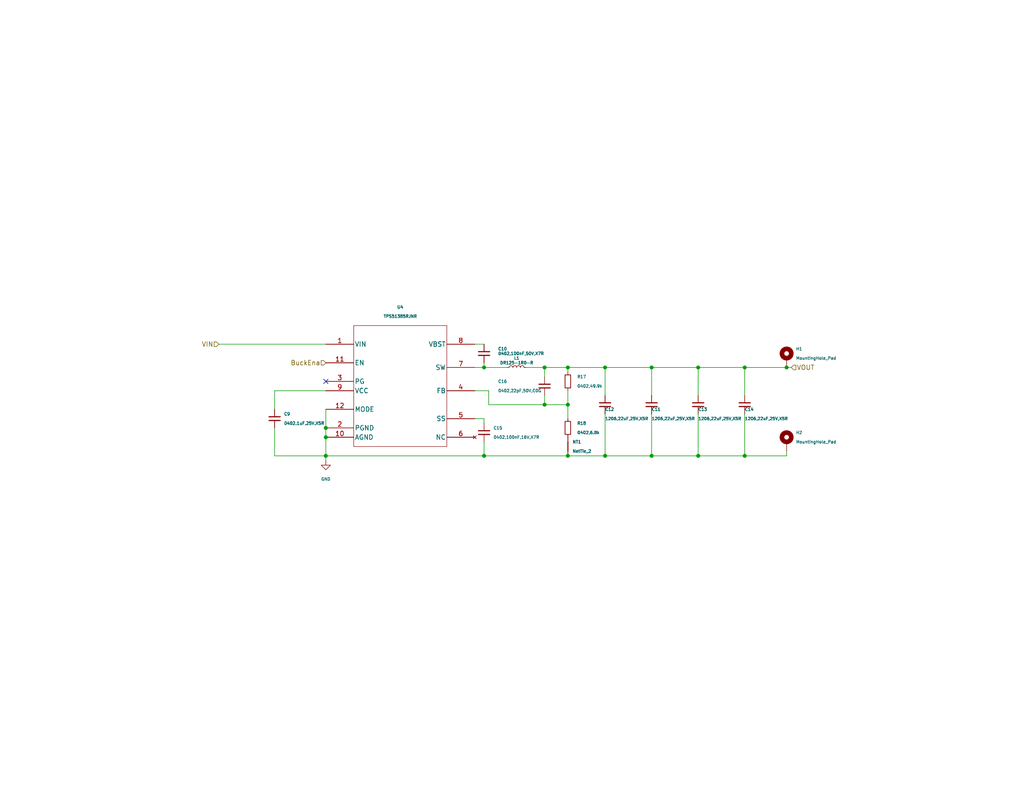
<source format=kicad_sch>
(kicad_sch (version 20230121) (generator eeschema)
  (paper "USLetter")
  (title_block (date "2024-01-28") (rev "A01"))
  (lib_symbols
    (symbol "Device:L_Small" (pin_numbers hide) (pin_names (offset 0.254) hide)
      (property "Reference" "L" (at 0.762 1.016 0))
      (property "Value" "L_Small" (at 0.762 -1.016 0))
      (symbol "L_Small_0_1"
        (arc (start 0 -2.032) (mid 0.5058 -1.524) (end 0 -1.016))
        (arc (start 0 -1.016) (mid 0.5058 -0.508) (end 0 0))
        (arc (start 0 0) (mid 0.5058 0.508) (end 0 1.016))
        (arc (start 0 1.016) (mid 0.5058 1.524) (end 0 2.032))
      )
      (symbol "L_Small_1_1"
        (pin passive line (at 0 2.54 270) (length 0.508) (name "~") (number "1"))
        (pin passive line (at 0 -2.54 90) (length 0.508) (name "~") (number "2"))
      )
    )
    (symbol "Device:NetTie_2" (pin_numbers hide) (pin_names (offset 0) hide) (in_bom no)
      (property "Reference" "NT" (at 0 1.27 0))
      (property "Value" "NetTie_2" (at 0 -1.27 0))
      (symbol "NetTie_2_0_1"
        (polyline (pts (xy -1.27 0) (xy 1.27 0)) (stroke (width 0.254)))
      )
      (symbol "NetTie_2_1_1"
        (pin passive line (at -2.54 0 0) (length 2.54) (name "1") (number "1"))
        (pin passive line (at 2.54 0 180) (length 2.54) (name "2") (number "2"))
      )
    )
    (symbol "Mechanical:MountingHole_Pad" (pin_numbers hide) (pin_names (offset 1.016) hide)
      (property "Reference" "H" (at 0 6.35 0))
      (property "Value" "MountingHole_Pad" (at 0 4.445 0))
      (symbol "MountingHole_Pad_0_1"
        (circle (center 0 1.27) (radius 1.27) (stroke (width 1.27)))
      )
      (symbol "MountingHole_Pad_1_1"
        (pin input line (at 0 -2.54 90) (length 2.54) (name "1") (number "1"))
      )
    )
    (symbol "WS_LCSC_ICs:TPS51385RJNR" (pin_names (offset 0.254))
      (property "Reference" "U" (at 20.32 10.16 0))
      (property "Value" "TPS51385RJNR" (at 20.32 7.62 0))
      (symbol "TPS51385RJNR_0_1"
        (polyline (pts (xy 7.62 -27.94) (xy 33.02 -27.94)) (stroke (width 0.127)))
        (polyline (pts (xy 7.62 5.08) (xy 7.62 -27.94)) (stroke (width 0.127)))
        (polyline (pts (xy 33.02 -27.94) (xy 33.02 5.08)) (stroke (width 0.127)))
        (polyline (pts (xy 33.02 5.08) (xy 7.62 5.08)) (stroke (width 0.127)))
        (pin power_in line (at 0 0 0) (length 7.62) (name "VIN") (number "1"))
        (pin power_out line (at 0 -25.4 0) (length 7.62) (name "AGND") (number "10"))
        (pin input line (at 0 -5.08 0) (length 7.62) (name "EN") (number "11"))
        (pin input line (at 0 -17.78 0) (length 7.62) (name "MODE") (number "12"))
        (pin power_out line (at 0 -22.86 0) (length 7.62) (name "PGND") (number "2"))
        (pin output line (at 0 -10.16 0) (length 7.62) (name "PG") (number "3"))
        (pin input line (at 40.64 -12.7 180) (length 7.62) (name "FB") (number "4"))
        (pin output line (at 40.64 -20.32 180) (length 7.62) (name "SS") (number "5"))
        (pin no_connect line (at 40.64 -25.4 180) (length 7.62) (name "NC") (number "6"))
        (pin output line (at 40.64 -6.35 180) (length 7.62) (name "SW") (number "7"))
        (pin input line (at 40.64 0 180) (length 7.62) (name "VBST") (number "8"))
        (pin output line (at 0 -12.7 0) (length 7.62) (name "VCC") (number "9"))
      )
    )
    (symbol "jlcpcb-basic-capacitor:0402,100nF,16V,X7R "
      (property "Reference" "C" (at 1.71 0.508 0))
      (property "Value" "0402,100nF,16V,X7R " (at 1.71 -1.016 0))
      (symbol "0402,100nF,16V,X7R _0_0"
        (polyline (pts (xy -1.524 -0.508) (xy 1.524 -0.508)) (stroke (width 0.3048)))
        (polyline (pts (xy -1.524 0.508) (xy 1.524 0.508)) (stroke (width 0.3048)))
        (pin passive line (at 0 2.54 270) (length 2.032) (name "~") (number "1"))
        (pin passive line (at 0 -2.54 90) (length 2.032) (name "~") (number "2"))
      )
    )
    (symbol "jlcpcb-basic-capacitor:0402,100nF,50V,X7R "
      (property "Reference" "C" (at 1.71 0.508 0))
      (property "Value" "0402,100nF,50V,X7R " (at 1.71 -1.016 0))
      (symbol "0402,100nF,50V,X7R _0_0"
        (polyline (pts (xy -1.524 -0.508) (xy 1.524 -0.508)) (stroke (width 0.3048)))
        (polyline (pts (xy -1.524 0.508) (xy 1.524 0.508)) (stroke (width 0.3048)))
        (pin passive line (at 0 2.54 270) (length 2.032) (name "~") (number "1"))
        (pin passive line (at 0 -2.54 90) (length 2.032) (name "~") (number "2"))
      )
    )
    (symbol "jlcpcb-basic-capacitor:0402,1uF,25V,X5R "
      (property "Reference" "C" (at 1.71 0.508 0))
      (property "Value" "0402,1uF,25V,X5R " (at 1.71 -1.016 0))
      (symbol "0402,1uF,25V,X5R _0_0"
        (polyline (pts (xy -1.524 -0.508) (xy 1.524 -0.508)) (stroke (width 0.3048)))
        (polyline (pts (xy -1.524 0.508) (xy 1.524 0.508)) (stroke (width 0.3048)))
        (pin passive line (at 0 2.54 270) (length 2.032) (name "~") (number "1"))
        (pin passive line (at 0 -2.54 90) (length 2.032) (name "~") (number "2"))
      )
    )
    (symbol "jlcpcb-basic-capacitor:0402,22pF,50V,C0G "
      (property "Reference" "C" (at 1.71 0.508 0))
      (property "Value" "0402,22pF,50V,C0G " (at 1.71 -1.016 0))
      (symbol "0402,22pF,50V,C0G _0_0"
        (polyline (pts (xy -1.524 -0.508) (xy 1.524 -0.508)) (stroke (width 0.3048)))
        (polyline (pts (xy -1.524 0.508) (xy 1.524 0.508)) (stroke (width 0.3048)))
        (pin passive line (at 0 2.54 270) (length 2.032) (name "~") (number "1"))
        (pin passive line (at 0 -2.54 90) (length 2.032) (name "~") (number "2"))
      )
    )
    (symbol "jlcpcb-basic-capacitor:1206,22uF,25V,X5R "
      (property "Reference" "C" (at 1.71 0.508 0))
      (property "Value" "1206,22uF,25V,X5R " (at 1.71 -1.016 0))
      (symbol "1206,22uF,25V,X5R _0_0"
        (polyline (pts (xy -1.524 -0.508) (xy 1.524 -0.508)) (stroke (width 0.3048)))
        (polyline (pts (xy -1.524 0.508) (xy 1.524 0.508)) (stroke (width 0.3048)))
        (pin passive line (at 0 2.54 270) (length 2.032) (name "~") (number "1"))
        (pin passive line (at 0 -2.54 90) (length 2.032) (name "~") (number "2"))
      )
    )
    (symbol "jlcpcb-basic-resistor:0402,49.9k"
      (property "Reference" "R" (at 0.762 0.508 0))
      (property "Value" "0402,49.9k" (at 0.762 -1.016 0))
      (symbol "0402,49.9k_0_0"
        (rectangle (start -0.762 1.778) (end 0.762 -1.778) (stroke (width 0.2032)))
        (pin passive line (at 0 2.54 270) (length 0.762) (name "~") (number "1"))
        (pin passive line (at 0 -2.54 90) (length 0.762) (name "~") (number "2"))
      )
    )
    (symbol "jlcpcb-basic-resistor:0402,6.8k"
      (property "Reference" "R" (at 0.762 0.508 0))
      (property "Value" "0402,6.8k" (at 0.762 -1.016 0))
      (symbol "0402,6.8k_0_0"
        (rectangle (start -0.762 1.778) (end 0.762 -1.778) (stroke (width 0.2032)))
        (pin passive line (at 0 2.54 270) (length 0.762) (name "~") (number "1"))
        (pin passive line (at 0 -2.54 90) (length 0.762) (name "~") (number "2"))
      )
    )
    (symbol "power:GND" (power) (pin_names (offset 0))
      (property "Value" "GND" (at 0 -3.81 0))
      (symbol "GND_0_1"
        (polyline (pts (xy 0 0) (xy 0 -1.27) (xy 1.27 -1.27) (xy 0 -2.54) (xy -1.27 -1.27) (xy 0 -1.27)))
      )
      (symbol "GND_1_1"
        (pin power_in line (at 0 0 270) (length 0) hide (name "GND") (number "1"))
      )
    )
  )
  (junction (at 132.08 124.46))
  (junction (at 165.1 100.33))
  (junction (at 154.94 110.49))
  (junction (at 132.08 100.33))
  (junction (at 154.94 100.33))
  (junction (at 88.9 124.46))
  (junction (at 190.5 100.33))
  (junction (at 203.2 124.46))
  (junction (at 203.2 100.33))
  (junction (at 190.5 124.46))
  (junction (at 154.94 124.46))
  (junction (at 177.8 100.33))
  (junction (at 88.9 116.84))
  (junction (at 214.63 100.33))
  (junction (at 177.8 124.46))
  (junction (at 148.59 100.33))
  (junction (at 88.9 119.38))
  (junction (at 165.1 124.46))
  (junction (at 148.59 110.49))
  (no_connect (at 88.9 104.14))
  (wire (pts (xy 165.1 107.95) (xy 165.1 100.33)))
  (wire (pts (xy 177.8 100.33) (xy 177.8 107.95)))
  (wire (pts (xy 132.08 99.06) (xy 132.08 100.33)))
  (wire (pts (xy 148.59 110.49) (xy 154.94 110.49)))
  (wire (pts (xy 129.54 93.98) (xy 132.08 93.98)))
  (wire (pts (xy 190.5 113.03) (xy 190.5 124.46)))
  (wire (pts (xy 132.08 100.33) (xy 129.54 100.33)))
  (wire (pts (xy 132.08 124.46) (xy 88.9 124.46)))
  (wire (pts (xy 190.5 100.33) (xy 203.2 100.33)))
  (wire (pts (xy 74.93 124.46) (xy 88.9 124.46)))
  (wire (pts (xy 177.8 100.33) (xy 190.5 100.33)))
  (wire (pts (xy 203.2 124.46) (xy 214.63 124.46)))
  (wire (pts (xy 165.1 113.03) (xy 165.1 124.46)))
  (wire (pts (xy 74.93 106.68) (xy 74.93 111.76)))
  (wire (pts (xy 177.8 113.03) (xy 177.8 124.46)))
  (wire (pts (xy 132.08 124.46) (xy 154.94 124.46)))
  (wire (pts (xy 203.2 113.03) (xy 203.2 124.46)))
  (wire (pts (xy 132.08 114.3) (xy 129.54 114.3)))
  (wire (pts (xy 154.94 100.33) (xy 154.94 101.6)))
  (wire (pts (xy 154.94 110.49) (xy 154.94 114.3)))
  (wire (pts (xy 215.9 100.33) (xy 214.63 100.33)))
  (wire (pts (xy 133.35 110.49) (xy 148.59 110.49)))
  (wire (pts (xy 148.59 100.33) (xy 154.94 100.33)))
  (wire (pts (xy 88.9 111.76) (xy 88.9 116.84)))
  (wire (pts (xy 132.08 100.33) (xy 138.43 100.33)))
  (wire (pts (xy 132.08 120.65) (xy 132.08 124.46)))
  (wire (pts (xy 154.94 106.68) (xy 154.94 110.49)))
  (wire (pts (xy 148.59 100.33) (xy 148.59 102.87)))
  (wire (pts (xy 74.93 106.68) (xy 88.9 106.68)))
  (wire (pts (xy 88.9 116.84) (xy 88.9 119.38)))
  (wire (pts (xy 154.94 124.46) (xy 165.1 124.46)))
  (wire (pts (xy 74.93 116.84) (xy 74.93 124.46)))
  (wire (pts (xy 154.94 100.33) (xy 165.1 100.33)))
  (wire (pts (xy 165.1 100.33) (xy 177.8 100.33)))
  (wire (pts (xy 132.08 115.57) (xy 132.08 114.3)))
  (wire (pts (xy 148.59 107.95) (xy 148.59 110.49)))
  (wire (pts (xy 214.63 124.46) (xy 214.63 123.19)))
  (wire (pts (xy 88.9 119.38) (xy 88.9 124.46)))
  (wire (pts (xy 165.1 124.46) (xy 177.8 124.46)))
  (wire (pts (xy 143.51 100.33) (xy 148.59 100.33)))
  (wire (pts (xy 177.8 124.46) (xy 190.5 124.46)))
  (wire (pts (xy 129.54 106.68) (xy 133.35 106.68)))
  (wire (pts (xy 133.35 106.68) (xy 133.35 110.49)))
  (wire (pts (xy 59.69 93.98) (xy 88.9 93.98)))
  (wire (pts (xy 190.5 100.33) (xy 190.5 107.95)))
  (wire (pts (xy 203.2 100.33) (xy 214.63 100.33)))
  (wire (pts (xy 203.2 124.46) (xy 190.5 124.46)))
  (wire (pts (xy 88.9 125.73) (xy 88.9 124.46)))
  (wire (pts (xy 203.2 100.33) (xy 203.2 107.95)))
  (hierarchical_label "VIN" (shape input) (at 59.69 93.98 180))
  (hierarchical_label "BuckEna" (shape input) (at 88.9 99.06 180))
  (hierarchical_label "VOUT" (shape input) (at 215.9 100.33 0))
  (symbol (lib_id "Device:L_Small") (at 140.97 100.33 90) (unit 1)
    (property "Reference" "L1" (at 140.97 97.79 90) (effects (font (size 0.8 0.8))))
    (property "Value" "DR125-1R0-R" (at 140.97 99.06 90) (effects (font (size 0.8 0.8))))
    (property "Footprint" "Inductor_SMD:L_Sunlord_MWSA1206S-1R5" (effects hide))
    (property "Datasheet" "https://www.eaton.com/content/dam/eaton/products/electronic-components/resources/data-sheet/eaton-dr-high-power-density-high-efficiency-shielded-drum-core-power-inductors-data-sheet.pdf" (effects hide))
  )
  (symbol (lib_id "jlcpcb-basic-capacitor:1206,22uF,25V,X5R ") (at 177.8 110.49 0) (unit 1)
    (property "Reference" "C11" (at 177.8 111.76 0) (effects (font (size 0.8 0.8)) (justify left)))
    (property "Value" "1206,22uF,25V,X5R " (at 177.8 114.3 0) (effects (font (size 0.8 0.8)) (justify left)))
    (property "Footprint" "C_1206_3216Metric" (effects hide))
    (property "Datasheet" "https://datasheet.lcsc.com/lcsc/1811031514_Samsung-Electro-Mechanics-CL31A226KAHNNNE_C12891.pdf" (effects hide))
    (property "LCSC" "C12891" (effects hide))
    (property "MFG" "Samsung Electro-Mechanics" (effects hide))
    (property "MFGPN" "CL31A226KAHNNNE" (effects hide))
  )
  (symbol (lib_id "jlcpcb-basic-capacitor:1206,22uF,25V,X5R ") (at 165.1 110.49 0) (unit 1)
    (property "Reference" "C12" (at 165.1 111.76 0) (effects (font (size 0.8 0.8)) (justify left)))
    (property "Value" "1206,22uF,25V,X5R " (at 165.1 114.3 0) (effects (font (size 0.8 0.8)) (justify left)))
    (property "Footprint" "C_1206_3216Metric" (effects hide))
    (property "Datasheet" "https://datasheet.lcsc.com/lcsc/1811031514_Samsung-Electro-Mechanics-CL31A226KAHNNNE_C12891.pdf" (effects hide))
    (property "LCSC" "C12891" (effects hide))
    (property "MFG" "Samsung Electro-Mechanics" (effects hide))
    (property "MFGPN" "CL31A226KAHNNNE" (effects hide))
  )
  (symbol (lib_id "Mechanical:MountingHole_Pad") (at 214.63 97.79 0) (unit 1)
    (property "Reference" "H1" (at 217.17 95.25 0) (effects (font (size 0.8 0.8)) (justify left)))
    (property "Value" "MountingHole_Pad" (at 217.17 97.79 0) (effects (font (size 0.8 0.8)) (justify left)))
    (property "Footprint" "Mounting_Wuerth:Mounting_Wuerth_WA-SMSI-M3_H5mm_9774050360" (effects hide))
  )
  (symbol (lib_id "jlcpcb-basic-capacitor:0402,100nF,50V,X7R ") (at 132.08 96.52 0) (unit 1)
    (property "Reference" "C10" (at 135.89 95.25 0) (effects (font (size 0.8 0.8)) (justify left)))
    (property "Value" "0402,100nF,50V,X7R " (at 135.89 96.52 0) (effects (font (size 0.8 0.8)) (justify left)))
    (property "Footprint" "C_0603_1608Metric" (effects hide))
    (property "Datasheet" "https://datasheet.lcsc.com/lcsc/1810191222_Samsung-Electro-Mechanics-CL05B104KB54PNC_C307331.pdf" (effects hide))
    (property "LCSC" "C307331" (effects hide))
    (property "MFG" "Samsung Electro-Mechanics" (effects hide))
    (property "MFGPN" "CL05B104KB54PNC" (effects hide))
  )
  (symbol (lib_id "jlcpcb-basic-capacitor:1206,22uF,25V,X5R ") (at 203.2 110.49 0) (unit 1)
    (property "Reference" "C14" (at 203.2 111.76 0) (effects (font (size 0.8 0.8)) (justify left)))
    (property "Value" "1206,22uF,25V,X5R " (at 203.2 114.3 0) (effects (font (size 0.8 0.8)) (justify left)))
    (property "Footprint" "C_1206_3216Metric" (effects hide))
    (property "Datasheet" "https://datasheet.lcsc.com/lcsc/1811031514_Samsung-Electro-Mechanics-CL31A226KAHNNNE_C12891.pdf" (effects hide))
    (property "LCSC" "C12891" (effects hide))
    (property "MFG" "Samsung Electro-Mechanics" (effects hide))
    (property "MFGPN" "CL31A226KAHNNNE" (effects hide))
  )
  (symbol (lib_id "power:GND") (at 88.9 125.73 0) (unit 1)
    (property "Reference" "#PWR027" (effects hide))
    (property "Value" "GND" (at 88.9 130.81 0) (effects (font (size 0.8 0.8))))
  )
  (symbol (lib_id "jlcpcb-basic-capacitor:0402,22pF,50V,C0G ") (at 148.59 105.41 0) (unit 1)
    (property "Reference" "C16" (at 135.89 104.14 0) (effects (font (size 0.8 0.8)) (justify left)))
    (property "Value" "0402,22pF,50V,C0G " (at 135.89 106.68 0) (effects (font (size 0.8 0.8)) (justify left)))
    (property "Footprint" "C_0603_1608Metric" (effects hide))
    (property "Datasheet" "https://datasheet.lcsc.com/lcsc/1811141710_FH-Guangdong-Fenghua-Advanced-Tech-0402CG220J500NT_C1555.pdf" (effects hide))
    (property "LCSC" "C1555" (effects hide))
    (property "MFG" "FH(Guangdong Fenghua Advanced Tech)" (effects hide))
    (property "MFGPN" "0402CG220J500NT" (effects hide))
  )
  (symbol (lib_id "jlcpcb-basic-capacitor:0402,1uF,25V,X5R ") (at 74.93 114.3 0) (unit 1)
    (property "Reference" "C9" (at 77.47 113.03 0) (effects (font (size 0.8 0.8)) (justify left)))
    (property "Value" "0402,1uF,25V,X5R " (at 77.47 115.57 0) (effects (font (size 0.8 0.8)) (justify left)))
    (property "Footprint" "C_0603_1608Metric" (effects hide))
    (property "Datasheet" "https://datasheet.lcsc.com/lcsc/1811091611_Samsung-Electro-Mechanics-CL05A105KA5NQNC_C52923.pdf" (effects hide))
    (property "LCSC" "C52923" (effects hide))
    (property "MFG" "Samsung Electro-Mechanics" (effects hide))
    (property "MFGPN" "CL05A105KA5NQNC" (effects hide))
  )
  (symbol (lib_id "jlcpcb-basic-resistor:0402,49.9k") (at 154.94 104.14 0) (unit 1)
    (property "Reference" "R17" (at 157.48 102.87 0) (effects (font (size 0.8 0.8)) (justify left)))
    (property "Value" "0402,49.9k" (at 157.48 105.41 0) (effects (font (size 0.8 0.8)) (justify left)))
    (property "Footprint" "Resistor_SMD:R_0603_1608Metric" (effects hide))
    (property "Datasheet" "https://datasheet.lcsc.com/lcsc/2110260030_UNI-ROYAL-Uniroyal-Elec-0402WGF4992TCE_C25897.pdf" (effects hide))
    (property "LCSC" "C25897" (effects hide))
    (property "MFG" "UNI-ROYAL(Uniroyal Elec)" (effects hide))
    (property "MFGPN" "0402WGF4992TCE" (effects hide))
  )
  (symbol (lib_id "WS_LCSC_ICs:TPS51385RJNR") (at 88.9 93.98 0) (unit 1)
    (property "Reference" "U4" (at 109.22 83.82 0) (effects (font (size 0.8 0.8))))
    (property "Value" "TPS51385RJNR" (at 109.22 86.36 0) (effects (font (size 0.8 0.8))))
    (property "Footprint" "VQFN-HR12_RJN_TEX" (effects hide))
    (property "Datasheet" "TPS51385RJNR" (effects hide))
  )
  (symbol (lib_id "Device:NetTie_2") (at 154.94 121.92 90) (unit 1) (in_bom no)
    (property "Reference" "NT1" (at 156.21 120.65 90) (effects (font (size 0.8 0.8)) (justify right)))
    (property "Value" "NetTie_2" (at 156.21 123.19 90) (effects (font (size 0.8 0.8)) (justify right)))
    (property "Footprint" "NetTie:NetTie-2_SMD_Pad0.5mm" (effects hide))
  )
  (symbol (lib_id "jlcpcb-basic-capacitor:0402,100nF,16V,X7R ") (at 132.08 118.11 0) (unit 1)
    (property "Reference" "C15" (at 134.62 116.84 0) (effects (font (size 0.8 0.8)) (justify left)))
    (property "Value" "0402,100nF,16V,X7R " (at 134.62 119.38 0) (effects (font (size 0.8 0.8)) (justify left)))
    (property "Footprint" "C_0603_1608Metric" (effects hide))
    (property "Datasheet" "https://datasheet.lcsc.com/lcsc/1810191219_Samsung-Electro-Mechanics-CL05B104KO5NNNC_C1525.pdf" (effects hide))
    (property "LCSC" "C1525" (effects hide))
    (property "MFG" "Samsung Electro-Mechanics" (effects hide))
    (property "MFGPN" "CL05B104KO5NNNC" (effects hide))
  )
  (symbol (lib_id "jlcpcb-basic-resistor:0402,6.8k") (at 154.94 116.84 0) (unit 1)
    (property "Reference" "R18" (at 157.48 115.57 0) (effects (font (size 0.8 0.8)) (justify left)))
    (property "Value" "0402,6.8k" (at 157.48 118.11 0) (effects (font (size 0.8 0.8)) (justify left)))
    (property "Footprint" "Resistor_SMD:R_0603_1608Metric" (effects hide))
    (property "Datasheet" "https://datasheet.lcsc.com/lcsc/2110260130_UNI-ROYAL-Uniroyal-Elec-0402WGF6801TCE_C25917.pdf" (effects hide))
    (property "LCSC" "C25917" (effects hide))
    (property "MFG" "UNI-ROYAL(Uniroyal Elec)" (effects hide))
    (property "MFGPN" "0402WGF6801TCE" (effects hide))
  )
  (symbol (lib_id "jlcpcb-basic-capacitor:1206,22uF,25V,X5R ") (at 190.5 110.49 0) (unit 1)
    (property "Reference" "C13" (at 190.5 111.76 0) (effects (font (size 0.8 0.8)) (justify left)))
    (property "Value" "1206,22uF,25V,X5R " (at 190.5 114.3 0) (effects (font (size 0.8 0.8)) (justify left)))
    (property "Footprint" "C_1206_3216Metric" (effects hide))
    (property "Datasheet" "https://datasheet.lcsc.com/lcsc/1811031514_Samsung-Electro-Mechanics-CL31A226KAHNNNE_C12891.pdf" (effects hide))
    (property "LCSC" "C12891" (effects hide))
    (property "MFG" "Samsung Electro-Mechanics" (effects hide))
    (property "MFGPN" "CL31A226KAHNNNE" (effects hide))
  )
  (symbol (lib_id "Mechanical:MountingHole_Pad") (at 214.63 120.65 0) (unit 1)
    (property "Reference" "H2" (at 217.17 118.11 0) (effects (font (size 0.8 0.8)) (justify left)))
    (property "Value" "MountingHole_Pad" (at 217.17 120.65 0) (effects (font (size 0.8 0.8)) (justify left)))
    (property "Footprint" "Mounting_Wuerth:Mounting_Wuerth_WA-SMSI-M3_H5mm_9774050360" (effects hide))
  )
)
</source>
